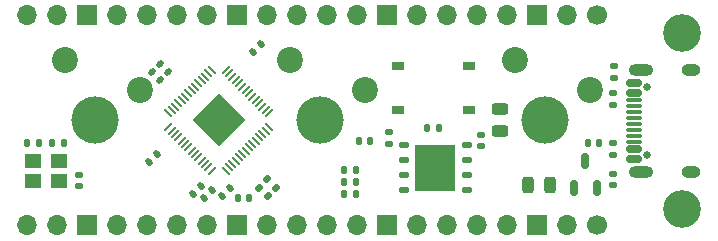
<source format=gbr>
%TF.GenerationSoftware,KiCad,Pcbnew,8.0.4*%
%TF.CreationDate,2025-01-25T23:18:52-05:00*%
%TF.ProjectId,catkeeb_devboard,6361746b-6565-4625-9f64-6576626f6172,rev?*%
%TF.SameCoordinates,Original*%
%TF.FileFunction,Soldermask,Top*%
%TF.FilePolarity,Negative*%
%FSLAX46Y46*%
G04 Gerber Fmt 4.6, Leading zero omitted, Abs format (unit mm)*
G04 Created by KiCad (PCBNEW 8.0.4) date 2025-01-25 23:18:52*
%MOMM*%
%LPD*%
G01*
G04 APERTURE LIST*
G04 Aperture macros list*
%AMRoundRect*
0 Rectangle with rounded corners*
0 $1 Rounding radius*
0 $2 $3 $4 $5 $6 $7 $8 $9 X,Y pos of 4 corners*
0 Add a 4 corners polygon primitive as box body*
4,1,4,$2,$3,$4,$5,$6,$7,$8,$9,$2,$3,0*
0 Add four circle primitives for the rounded corners*
1,1,$1+$1,$2,$3*
1,1,$1+$1,$4,$5*
1,1,$1+$1,$6,$7*
1,1,$1+$1,$8,$9*
0 Add four rect primitives between the rounded corners*
20,1,$1+$1,$2,$3,$4,$5,0*
20,1,$1+$1,$4,$5,$6,$7,0*
20,1,$1+$1,$6,$7,$8,$9,0*
20,1,$1+$1,$8,$9,$2,$3,0*%
%AMRotRect*
0 Rectangle, with rotation*
0 The origin of the aperture is its center*
0 $1 length*
0 $2 width*
0 $3 Rotation angle, in degrees counterclockwise*
0 Add horizontal line*
21,1,$1,$2,0,0,$3*%
G04 Aperture macros list end*
%ADD10C,3.200000*%
%ADD11C,1.700000*%
%ADD12O,1.700000X1.700000*%
%ADD13R,1.700000X1.700000*%
%ADD14RoundRect,0.140000X-0.140000X-0.170000X0.140000X-0.170000X0.140000X0.170000X-0.140000X0.170000X0*%
%ADD15RoundRect,0.135000X-0.185000X0.135000X-0.185000X-0.135000X0.185000X-0.135000X0.185000X0.135000X0*%
%ADD16R,1.000000X0.750000*%
%ADD17RoundRect,0.140000X-0.021213X0.219203X-0.219203X0.021213X0.021213X-0.219203X0.219203X-0.021213X0*%
%ADD18RoundRect,0.135000X0.185000X-0.135000X0.185000X0.135000X-0.185000X0.135000X-0.185000X-0.135000X0*%
%ADD19RoundRect,0.050000X0.238649X0.309359X-0.309359X-0.238649X-0.238649X-0.309359X0.309359X0.238649X0*%
%ADD20RoundRect,0.050000X-0.238649X0.309359X-0.309359X0.238649X0.238649X-0.309359X0.309359X-0.238649X0*%
%ADD21RotRect,3.200000X3.200000X225.000000*%
%ADD22RoundRect,0.140000X0.219203X0.021213X0.021213X0.219203X-0.219203X-0.021213X-0.021213X-0.219203X0*%
%ADD23RoundRect,0.135000X-0.135000X-0.185000X0.135000X-0.185000X0.135000X0.185000X-0.135000X0.185000X0*%
%ADD24RoundRect,0.140000X-0.170000X0.140000X-0.170000X-0.140000X0.170000X-0.140000X0.170000X0.140000X0*%
%ADD25RoundRect,0.243750X-0.243750X-0.456250X0.243750X-0.456250X0.243750X0.456250X-0.243750X0.456250X0*%
%ADD26RoundRect,0.140000X0.170000X-0.140000X0.170000X0.140000X-0.170000X0.140000X-0.170000X-0.140000X0*%
%ADD27C,0.650000*%
%ADD28RoundRect,0.150000X0.500000X-0.150000X0.500000X0.150000X-0.500000X0.150000X-0.500000X-0.150000X0*%
%ADD29RoundRect,0.075000X0.575000X-0.075000X0.575000X0.075000X-0.575000X0.075000X-0.575000X-0.075000X0*%
%ADD30O,2.100000X1.000000*%
%ADD31O,1.600000X1.000000*%
%ADD32RoundRect,0.135000X-0.226274X-0.035355X-0.035355X-0.226274X0.226274X0.035355X0.035355X0.226274X0*%
%ADD33RoundRect,0.135000X0.135000X0.185000X-0.135000X0.185000X-0.135000X-0.185000X0.135000X-0.185000X0*%
%ADD34RoundRect,0.125000X-0.262500X-0.125000X0.262500X-0.125000X0.262500X0.125000X-0.262500X0.125000X0*%
%ADD35R,3.400000X4.000000*%
%ADD36RoundRect,0.243750X-0.456250X0.243750X-0.456250X-0.243750X0.456250X-0.243750X0.456250X0.243750X0*%
%ADD37R,1.400000X1.200000*%
%ADD38RoundRect,0.150000X0.150000X-0.512500X0.150000X0.512500X-0.150000X0.512500X-0.150000X-0.512500X0*%
%ADD39RoundRect,0.140000X0.021213X-0.219203X0.219203X-0.021213X-0.021213X0.219203X-0.219203X0.021213X0*%
%ADD40RoundRect,0.140000X0.140000X0.170000X-0.140000X0.170000X-0.140000X-0.170000X0.140000X-0.170000X0*%
%ADD41C,4.000000*%
%ADD42C,2.200000*%
G04 APERTURE END LIST*
D10*
%TO.C,REF\u002A\u002A*%
X96550000Y-62600000D03*
%TD*%
%TO.C,REF\u002A\u002A*%
X96550000Y-47650000D03*
%TD*%
D11*
%TO.C,J6*%
X89360000Y-63960000D03*
D12*
X86820000Y-63960000D03*
D13*
X84280000Y-63960000D03*
D12*
X81740000Y-63960000D03*
X79200000Y-63960000D03*
X76660000Y-63960000D03*
X74120000Y-63960000D03*
D13*
X71580000Y-63960000D03*
D12*
X69040000Y-63960000D03*
X66500000Y-63960000D03*
X63960000Y-63960000D03*
X61420000Y-63960000D03*
D13*
X58880000Y-63960000D03*
D12*
X56340000Y-63960000D03*
X53800000Y-63960000D03*
X51260000Y-63960000D03*
X48720000Y-63960000D03*
D13*
X46180000Y-63960000D03*
D12*
X43640000Y-63960000D03*
X41100000Y-63960000D03*
%TD*%
%TO.C,J2*%
X41100000Y-46180000D03*
X43640000Y-46180000D03*
D13*
X46180000Y-46180000D03*
D12*
X48720000Y-46180000D03*
X51260000Y-46180000D03*
X53800000Y-46180000D03*
X56340000Y-46180000D03*
D13*
X58880000Y-46180000D03*
D12*
X61420000Y-46180000D03*
X63960000Y-46180000D03*
X66500000Y-46180000D03*
X69040000Y-46180000D03*
D13*
X71580000Y-46180000D03*
D12*
X74120000Y-46180000D03*
X76660000Y-46180000D03*
X79200000Y-46180000D03*
X81740000Y-46180000D03*
D13*
X84280000Y-46180000D03*
D12*
X86820000Y-46180000D03*
D11*
X89360000Y-46180000D03*
%TD*%
D14*
%TO.C,C10*%
X67950000Y-59300000D03*
X68910000Y-59300000D03*
%TD*%
D15*
%TO.C,R7*%
X90690000Y-56980000D03*
X90690000Y-58000000D03*
%TD*%
D16*
%TO.C,SW1*%
X78520000Y-54230000D03*
X72520000Y-54230000D03*
X78520000Y-50480000D03*
X72520000Y-50480000D03*
%TD*%
D17*
%TO.C,C4*%
X52129411Y-57930589D03*
X51450589Y-58609411D03*
%TD*%
D18*
%TO.C,R6*%
X90770000Y-51490000D03*
X90770000Y-50470000D03*
%TD*%
D14*
%TO.C,C2*%
X67960000Y-60320000D03*
X68920000Y-60320000D03*
%TD*%
D19*
%TO.C,U1*%
X61589157Y-54489169D03*
X61306314Y-54206326D03*
X61023472Y-53923484D03*
X60740629Y-53640641D03*
X60457786Y-53357798D03*
X60174944Y-53074956D03*
X59892101Y-52792113D03*
X59609258Y-52509270D03*
X59326415Y-52226427D03*
X59043573Y-51943585D03*
X58760730Y-51660742D03*
X58477887Y-51377899D03*
X58195045Y-51095057D03*
X57912202Y-50812214D03*
D20*
X56727798Y-50812214D03*
X56444955Y-51095057D03*
X56162113Y-51377899D03*
X55879270Y-51660742D03*
X55596427Y-51943585D03*
X55313585Y-52226427D03*
X55030742Y-52509270D03*
X54747899Y-52792113D03*
X54465056Y-53074956D03*
X54182214Y-53357798D03*
X53899371Y-53640641D03*
X53616528Y-53923484D03*
X53333686Y-54206326D03*
X53050843Y-54489169D03*
D19*
X53050843Y-55673573D03*
X53333686Y-55956416D03*
X53616528Y-56239258D03*
X53899371Y-56522101D03*
X54182214Y-56804944D03*
X54465056Y-57087786D03*
X54747899Y-57370629D03*
X55030742Y-57653472D03*
X55313585Y-57936315D03*
X55596427Y-58219157D03*
X55879270Y-58502000D03*
X56162113Y-58784843D03*
X56444955Y-59067685D03*
X56727798Y-59350528D03*
D20*
X57912202Y-59350528D03*
X58195045Y-59067685D03*
X58477887Y-58784843D03*
X58760730Y-58502000D03*
X59043573Y-58219157D03*
X59326415Y-57936315D03*
X59609258Y-57653472D03*
X59892101Y-57370629D03*
X60174944Y-57087786D03*
X60457786Y-56804944D03*
X60740629Y-56522101D03*
X61023472Y-56239258D03*
X61306314Y-55956416D03*
X61589157Y-55673573D03*
D21*
X57320000Y-55081371D03*
%TD*%
D22*
%TO.C,C5*%
X52999411Y-51009411D03*
X52320589Y-50330589D03*
%TD*%
D17*
%TO.C,C1*%
X58259411Y-60830589D03*
X57580589Y-61509411D03*
%TD*%
D15*
%TO.C,R3*%
X71740000Y-56100000D03*
X71740000Y-57120000D03*
%TD*%
D23*
%TO.C,R5*%
X43170000Y-56990000D03*
X44190000Y-56990000D03*
%TD*%
D24*
%TO.C,C15*%
X45520000Y-59690000D03*
X45520000Y-60650000D03*
%TD*%
D25*
%TO.C,D7*%
X83492500Y-60550000D03*
X85367500Y-60550000D03*
%TD*%
D26*
%TO.C,C13*%
X90690000Y-60550000D03*
X90690000Y-59590000D03*
%TD*%
D27*
%TO.C,J1*%
X93590000Y-58040000D03*
X93590000Y-52260000D03*
D28*
X92450000Y-58350000D03*
X92450000Y-57550000D03*
D29*
X92450000Y-56400000D03*
X92450000Y-55400000D03*
X92450000Y-54900000D03*
X92450000Y-53900000D03*
D28*
X92450000Y-52750000D03*
X92450000Y-51950000D03*
X92450000Y-51950000D03*
X92450000Y-52750000D03*
D29*
X92450000Y-53400000D03*
X92450000Y-54400000D03*
X92450000Y-55900000D03*
X92450000Y-56900000D03*
D28*
X92450000Y-57550000D03*
X92450000Y-58350000D03*
D30*
X93090000Y-59470000D03*
D31*
X97270000Y-59470000D03*
D30*
X93090000Y-50830000D03*
D31*
X97270000Y-50830000D03*
%TD*%
D14*
%TO.C,C9*%
X58960000Y-61680000D03*
X59920000Y-61680000D03*
%TD*%
D32*
%TO.C,R1*%
X61439376Y-60079376D03*
X62160624Y-60800624D03*
%TD*%
D33*
%TO.C,R4*%
X75940000Y-55712500D03*
X74920000Y-55712500D03*
%TD*%
D22*
%TO.C,C11*%
X52319411Y-51689411D03*
X51640589Y-51010589D03*
%TD*%
D34*
%TO.C,U3*%
X72985000Y-57172500D03*
X72985000Y-58442500D03*
X72985000Y-59712500D03*
X72985000Y-60982500D03*
X78310000Y-60982500D03*
X78310000Y-59712500D03*
X78310000Y-58442500D03*
X78310000Y-57172500D03*
D35*
X75647500Y-59077500D03*
%TD*%
D17*
%TO.C,C8*%
X56749411Y-61010589D03*
X56070589Y-61689411D03*
%TD*%
D36*
%TO.C,D5*%
X81150000Y-54102500D03*
X81150000Y-55977500D03*
%TD*%
D32*
%TO.C,R2*%
X60739376Y-60769376D03*
X61460624Y-61490624D03*
%TD*%
D37*
%TO.C,Y1*%
X41620000Y-60250000D03*
X43820000Y-60250000D03*
X43820000Y-58550000D03*
X41620000Y-58550000D03*
%TD*%
D38*
%TO.C,U2*%
X87407500Y-60807500D03*
X89307500Y-60807500D03*
X88357500Y-58532500D03*
%TD*%
D26*
%TO.C,C14*%
X79550000Y-57250000D03*
X79550000Y-56290000D03*
%TD*%
D14*
%TO.C,C12*%
X88550000Y-57010000D03*
X89510000Y-57010000D03*
%TD*%
D18*
%TO.C,R8*%
X90740000Y-53820000D03*
X90740000Y-52800000D03*
%TD*%
D17*
%TO.C,C3*%
X55779411Y-60610589D03*
X55100589Y-61289411D03*
%TD*%
D39*
%TO.C,C6*%
X60200589Y-49309411D03*
X60879411Y-48630589D03*
%TD*%
D14*
%TO.C,C7*%
X69190000Y-56790000D03*
X70150000Y-56790000D03*
%TD*%
D40*
%TO.C,C17*%
X68910000Y-61350000D03*
X67950000Y-61350000D03*
%TD*%
%TO.C,C16*%
X42090000Y-56980000D03*
X41130000Y-56980000D03*
%TD*%
D41*
%TO.C,MX2*%
X65881250Y-55080000D03*
D42*
X63341250Y-50000000D03*
X69691250Y-52540000D03*
%TD*%
D41*
%TO.C,MX3*%
X46831250Y-55080000D03*
D42*
X44291250Y-50000000D03*
X50641250Y-52540000D03*
%TD*%
D41*
%TO.C,MX1*%
X84931250Y-55080000D03*
D42*
X82391250Y-50000000D03*
X88741250Y-52540000D03*
%TD*%
M02*

</source>
